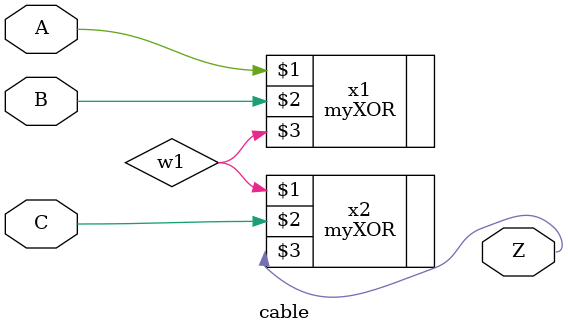
<source format=v>
module cable(A,B,C,Z);

	input A,B,C;
	output Z;
	wire w1;              // Bağlantı/kablo isimlendirmesi yapıldı.
	

	myXOR x1(A,B,w1);     // Yan sekmeden açılan "file>new>verilog HDL file" myXOR isminde yeni bir modül atandı.
	myXOR x2(w1,C,Z);
	
endmodule 
</source>
